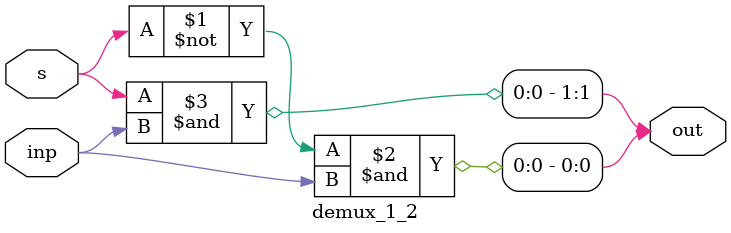
<source format=v>
module demux_1_2(out,s,inp);
  input s,inp;
  output [1:0] out;
  assign out[0] = ~s & inp;
  assign out[1] = s & inp;
endmodule

</source>
